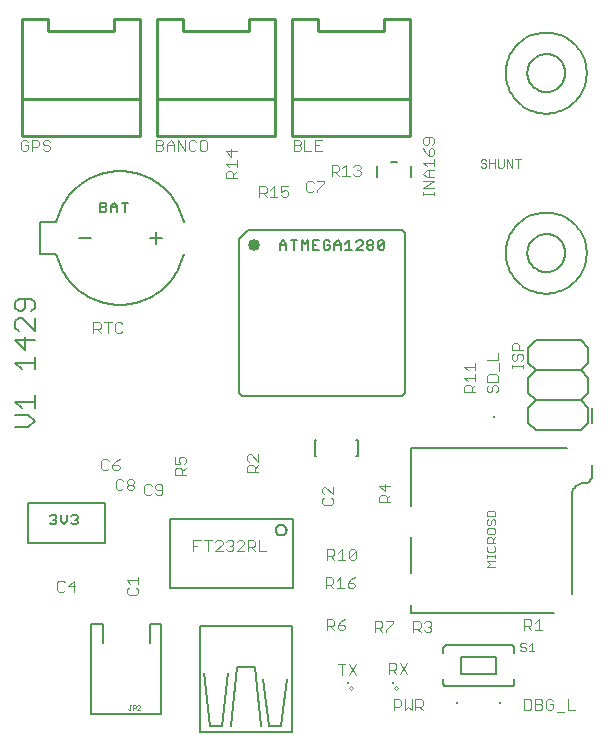
<source format=gto>
G75*
%MOIN*%
%OFA0B0*%
%FSLAX24Y24*%
%IPPOS*%
%LPD*%
%AMOC8*
5,1,8,0,0,1.08239X$1,22.5*
%
%ADD10C,0.0060*%
%ADD11C,0.0030*%
%ADD12C,0.0080*%
%ADD13C,0.0401*%
%ADD14C,0.0070*%
%ADD15R,0.0079X0.0079*%
%ADD16C,0.0040*%
%ADD17C,0.0025*%
%ADD18C,0.0098*%
%ADD19C,0.0050*%
%ADD20C,0.0100*%
%ADD21C,0.0010*%
%ADD22C,0.0020*%
D10*
X010786Y009848D02*
X010786Y012152D01*
X014881Y012152D01*
X014881Y009848D01*
X010786Y009848D01*
X014316Y011768D02*
X014318Y011794D01*
X014324Y011820D01*
X014333Y011845D01*
X014346Y011868D01*
X014362Y011889D01*
X014381Y011907D01*
X014403Y011923D01*
X014426Y011935D01*
X014451Y011943D01*
X014477Y011948D01*
X014504Y011949D01*
X014530Y011946D01*
X014555Y011939D01*
X014580Y011929D01*
X014602Y011915D01*
X014623Y011898D01*
X014640Y011879D01*
X014655Y011857D01*
X014666Y011833D01*
X014674Y011807D01*
X014678Y011781D01*
X014678Y011755D01*
X014674Y011729D01*
X014666Y011703D01*
X014655Y011679D01*
X014640Y011657D01*
X014623Y011638D01*
X014602Y011621D01*
X014580Y011607D01*
X014555Y011597D01*
X014530Y011590D01*
X014504Y011587D01*
X014477Y011588D01*
X014451Y011593D01*
X014426Y011601D01*
X014403Y011613D01*
X014381Y011629D01*
X014362Y011647D01*
X014346Y011668D01*
X014333Y011691D01*
X014324Y011716D01*
X014318Y011742D01*
X014316Y011768D01*
X006278Y015402D02*
X006065Y015615D01*
X005638Y015615D01*
X005851Y015833D02*
X005638Y016046D01*
X006278Y016046D01*
X006278Y015833D02*
X006278Y016260D01*
X006278Y015402D02*
X006065Y015188D01*
X005638Y015188D01*
X005851Y017122D02*
X005638Y017335D01*
X006278Y017335D01*
X006278Y017122D02*
X006278Y017549D01*
X005958Y017766D02*
X005958Y018193D01*
X005744Y018411D02*
X005638Y018518D01*
X005638Y018731D01*
X005744Y018838D01*
X005851Y018838D01*
X006278Y018411D01*
X006278Y018838D01*
X006171Y019056D02*
X006278Y019162D01*
X006278Y019376D01*
X006171Y019483D01*
X005744Y019483D01*
X005638Y019376D01*
X005638Y019162D01*
X005744Y019056D01*
X005851Y019056D01*
X005958Y019162D01*
X005958Y019483D01*
X006278Y018087D02*
X005638Y018087D01*
X005958Y017766D01*
X021983Y021000D02*
X021985Y021073D01*
X021991Y021146D01*
X022001Y021218D01*
X022015Y021290D01*
X022032Y021361D01*
X022054Y021431D01*
X022079Y021500D01*
X022108Y021567D01*
X022140Y021632D01*
X022176Y021696D01*
X022216Y021758D01*
X022258Y021817D01*
X022304Y021874D01*
X022353Y021928D01*
X022405Y021980D01*
X022459Y022029D01*
X022516Y022075D01*
X022575Y022117D01*
X022637Y022157D01*
X022701Y022193D01*
X022766Y022225D01*
X022833Y022254D01*
X022902Y022279D01*
X022972Y022301D01*
X023043Y022318D01*
X023115Y022332D01*
X023187Y022342D01*
X023260Y022348D01*
X023333Y022350D01*
X023406Y022348D01*
X023479Y022342D01*
X023551Y022332D01*
X023623Y022318D01*
X023694Y022301D01*
X023764Y022279D01*
X023833Y022254D01*
X023900Y022225D01*
X023965Y022193D01*
X024029Y022157D01*
X024091Y022117D01*
X024150Y022075D01*
X024207Y022029D01*
X024261Y021980D01*
X024313Y021928D01*
X024362Y021874D01*
X024408Y021817D01*
X024450Y021758D01*
X024490Y021696D01*
X024526Y021632D01*
X024558Y021567D01*
X024587Y021500D01*
X024612Y021431D01*
X024634Y021361D01*
X024651Y021290D01*
X024665Y021218D01*
X024675Y021146D01*
X024681Y021073D01*
X024683Y021000D01*
X024681Y020927D01*
X024675Y020854D01*
X024665Y020782D01*
X024651Y020710D01*
X024634Y020639D01*
X024612Y020569D01*
X024587Y020500D01*
X024558Y020433D01*
X024526Y020368D01*
X024490Y020304D01*
X024450Y020242D01*
X024408Y020183D01*
X024362Y020126D01*
X024313Y020072D01*
X024261Y020020D01*
X024207Y019971D01*
X024150Y019925D01*
X024091Y019883D01*
X024029Y019843D01*
X023965Y019807D01*
X023900Y019775D01*
X023833Y019746D01*
X023764Y019721D01*
X023694Y019699D01*
X023623Y019682D01*
X023551Y019668D01*
X023479Y019658D01*
X023406Y019652D01*
X023333Y019650D01*
X023260Y019652D01*
X023187Y019658D01*
X023115Y019668D01*
X023043Y019682D01*
X022972Y019699D01*
X022902Y019721D01*
X022833Y019746D01*
X022766Y019775D01*
X022701Y019807D01*
X022637Y019843D01*
X022575Y019883D01*
X022516Y019925D01*
X022459Y019971D01*
X022405Y020020D01*
X022353Y020072D01*
X022304Y020126D01*
X022258Y020183D01*
X022216Y020242D01*
X022176Y020304D01*
X022140Y020368D01*
X022108Y020433D01*
X022079Y020500D01*
X022054Y020569D01*
X022032Y020639D01*
X022015Y020710D01*
X022001Y020782D01*
X021991Y020854D01*
X021985Y020927D01*
X021983Y021000D01*
X021983Y027000D02*
X021985Y027073D01*
X021991Y027146D01*
X022001Y027218D01*
X022015Y027290D01*
X022032Y027361D01*
X022054Y027431D01*
X022079Y027500D01*
X022108Y027567D01*
X022140Y027632D01*
X022176Y027696D01*
X022216Y027758D01*
X022258Y027817D01*
X022304Y027874D01*
X022353Y027928D01*
X022405Y027980D01*
X022459Y028029D01*
X022516Y028075D01*
X022575Y028117D01*
X022637Y028157D01*
X022701Y028193D01*
X022766Y028225D01*
X022833Y028254D01*
X022902Y028279D01*
X022972Y028301D01*
X023043Y028318D01*
X023115Y028332D01*
X023187Y028342D01*
X023260Y028348D01*
X023333Y028350D01*
X023406Y028348D01*
X023479Y028342D01*
X023551Y028332D01*
X023623Y028318D01*
X023694Y028301D01*
X023764Y028279D01*
X023833Y028254D01*
X023900Y028225D01*
X023965Y028193D01*
X024029Y028157D01*
X024091Y028117D01*
X024150Y028075D01*
X024207Y028029D01*
X024261Y027980D01*
X024313Y027928D01*
X024362Y027874D01*
X024408Y027817D01*
X024450Y027758D01*
X024490Y027696D01*
X024526Y027632D01*
X024558Y027567D01*
X024587Y027500D01*
X024612Y027431D01*
X024634Y027361D01*
X024651Y027290D01*
X024665Y027218D01*
X024675Y027146D01*
X024681Y027073D01*
X024683Y027000D01*
X024681Y026927D01*
X024675Y026854D01*
X024665Y026782D01*
X024651Y026710D01*
X024634Y026639D01*
X024612Y026569D01*
X024587Y026500D01*
X024558Y026433D01*
X024526Y026368D01*
X024490Y026304D01*
X024450Y026242D01*
X024408Y026183D01*
X024362Y026126D01*
X024313Y026072D01*
X024261Y026020D01*
X024207Y025971D01*
X024150Y025925D01*
X024091Y025883D01*
X024029Y025843D01*
X023965Y025807D01*
X023900Y025775D01*
X023833Y025746D01*
X023764Y025721D01*
X023694Y025699D01*
X023623Y025682D01*
X023551Y025668D01*
X023479Y025658D01*
X023406Y025652D01*
X023333Y025650D01*
X023260Y025652D01*
X023187Y025658D01*
X023115Y025668D01*
X023043Y025682D01*
X022972Y025699D01*
X022902Y025721D01*
X022833Y025746D01*
X022766Y025775D01*
X022701Y025807D01*
X022637Y025843D01*
X022575Y025883D01*
X022516Y025925D01*
X022459Y025971D01*
X022405Y026020D01*
X022353Y026072D01*
X022304Y026126D01*
X022258Y026183D01*
X022216Y026242D01*
X022176Y026304D01*
X022140Y026368D01*
X022108Y026433D01*
X022079Y026500D01*
X022054Y026569D01*
X022032Y026639D01*
X022015Y026710D01*
X022001Y026782D01*
X021991Y026854D01*
X021985Y026927D01*
X021983Y027000D01*
D11*
X019597Y024796D02*
X019537Y024856D01*
X019294Y024856D01*
X019233Y024796D01*
X019233Y024674D01*
X019294Y024614D01*
X019355Y024614D01*
X019415Y024674D01*
X019415Y024856D01*
X019597Y024796D02*
X019597Y024674D01*
X019537Y024614D01*
X019537Y024494D02*
X019476Y024494D01*
X019415Y024433D01*
X019415Y024251D01*
X019537Y024251D01*
X019597Y024312D01*
X019597Y024433D01*
X019537Y024494D01*
X019294Y024373D02*
X019415Y024251D01*
X019294Y024373D02*
X019233Y024494D01*
X019233Y024010D02*
X019597Y024010D01*
X019597Y023889D02*
X019597Y024131D01*
X019355Y023889D02*
X019233Y024010D01*
X019355Y023769D02*
X019597Y023769D01*
X019415Y023769D02*
X019415Y023526D01*
X019355Y023526D02*
X019233Y023648D01*
X019355Y023769D01*
X019355Y023526D02*
X019597Y023526D01*
X019597Y023406D02*
X019233Y023406D01*
X019233Y023164D02*
X019597Y023406D01*
X019597Y023164D02*
X019233Y023164D01*
X019233Y023043D02*
X019233Y022922D01*
X019233Y022983D02*
X019597Y022983D01*
X019597Y023043D02*
X019597Y022922D01*
X021148Y023894D02*
X021195Y023847D01*
X021290Y023847D01*
X021338Y023894D01*
X021338Y023942D01*
X021290Y023989D01*
X021195Y023989D01*
X021148Y024037D01*
X021148Y024085D01*
X021195Y024132D01*
X021290Y024132D01*
X021338Y024085D01*
X021438Y024132D02*
X021438Y023847D01*
X021438Y023989D02*
X021628Y023989D01*
X021728Y023894D02*
X021775Y023847D01*
X021870Y023847D01*
X021918Y023894D01*
X021918Y024132D01*
X022018Y024132D02*
X022208Y023847D01*
X022208Y024132D01*
X022308Y024132D02*
X022498Y024132D01*
X022403Y024132D02*
X022403Y023847D01*
X022018Y023847D02*
X022018Y024132D01*
X021728Y024132D02*
X021728Y023894D01*
X021628Y023847D02*
X021628Y024132D01*
X017144Y023881D02*
X017144Y023820D01*
X017083Y023760D01*
X017144Y023699D01*
X017144Y023638D01*
X017083Y023578D01*
X016962Y023578D01*
X016901Y023638D01*
X016781Y023578D02*
X016539Y023578D01*
X016419Y023578D02*
X016297Y023699D01*
X016358Y023699D02*
X016176Y023699D01*
X016176Y023578D02*
X016176Y023942D01*
X016358Y023942D01*
X016419Y023881D01*
X016419Y023760D01*
X016358Y023699D01*
X016539Y023820D02*
X016660Y023942D01*
X016660Y023578D01*
X016901Y023881D02*
X016962Y023942D01*
X017083Y023942D01*
X017144Y023881D01*
X017083Y023760D02*
X017023Y023760D01*
X015938Y023401D02*
X015938Y023340D01*
X015695Y023098D01*
X015695Y023037D01*
X015576Y023098D02*
X015515Y023037D01*
X015394Y023037D01*
X015333Y023098D01*
X015333Y023340D01*
X015394Y023401D01*
X015515Y023401D01*
X015576Y023340D01*
X015695Y023401D02*
X015938Y023401D01*
X014734Y023229D02*
X014492Y023229D01*
X014492Y023047D01*
X014613Y023107D01*
X014674Y023107D01*
X014734Y023047D01*
X014734Y022925D01*
X014674Y022865D01*
X014552Y022865D01*
X014492Y022925D01*
X014372Y022865D02*
X014129Y022865D01*
X014009Y022865D02*
X013888Y022986D01*
X013949Y022986D02*
X013767Y022986D01*
X013767Y022865D02*
X013767Y023229D01*
X013949Y023229D01*
X014009Y023168D01*
X014009Y023047D01*
X013949Y022986D01*
X014129Y023107D02*
X014251Y023229D01*
X014251Y022865D01*
X013014Y023492D02*
X012650Y023492D01*
X012650Y023674D01*
X012710Y023735D01*
X012832Y023735D01*
X012892Y023674D01*
X012892Y023492D01*
X012892Y023614D02*
X013014Y023735D01*
X013014Y023855D02*
X013014Y024098D01*
X013014Y023976D02*
X012650Y023976D01*
X012771Y023855D01*
X012832Y024217D02*
X012832Y024460D01*
X013014Y024399D02*
X012650Y024399D01*
X012832Y024217D01*
X009147Y018698D02*
X009026Y018698D01*
X008965Y018637D01*
X008965Y018395D01*
X009026Y018334D01*
X009147Y018334D01*
X009208Y018395D01*
X009208Y018637D02*
X009147Y018698D01*
X008845Y018698D02*
X008603Y018698D01*
X008724Y018698D02*
X008724Y018334D01*
X008483Y018334D02*
X008361Y018455D01*
X008422Y018455D02*
X008240Y018455D01*
X008240Y018334D02*
X008240Y018698D01*
X008422Y018698D01*
X008483Y018637D01*
X008483Y018516D01*
X008422Y018455D01*
X010954Y014213D02*
X010954Y013970D01*
X011136Y013970D01*
X011076Y014091D01*
X011076Y014152D01*
X011136Y014213D01*
X011258Y014213D01*
X011318Y014152D01*
X011318Y014031D01*
X011258Y013970D01*
X011318Y013850D02*
X011197Y013729D01*
X011197Y013790D02*
X011197Y013608D01*
X011318Y013608D02*
X010954Y013608D01*
X010954Y013790D01*
X011015Y013850D01*
X011136Y013850D01*
X011197Y013790D01*
X010540Y013230D02*
X010479Y013290D01*
X010358Y013290D01*
X010297Y013230D01*
X010297Y013169D01*
X010358Y013108D01*
X010540Y013108D01*
X010540Y012987D02*
X010540Y013230D01*
X010540Y012987D02*
X010479Y012926D01*
X010358Y012926D01*
X010297Y012987D01*
X010177Y012987D02*
X010116Y012926D01*
X009995Y012926D01*
X009934Y012987D01*
X009934Y013230D01*
X009995Y013290D01*
X010116Y013290D01*
X010177Y013230D01*
X009595Y013219D02*
X009595Y013158D01*
X009534Y013098D01*
X009413Y013098D01*
X009352Y013158D01*
X009352Y013219D01*
X009413Y013280D01*
X009534Y013280D01*
X009595Y013219D01*
X009534Y013280D02*
X009595Y013340D01*
X009595Y013401D01*
X009534Y013462D01*
X009413Y013462D01*
X009352Y013401D01*
X009352Y013340D01*
X009413Y013280D01*
X009232Y013401D02*
X009171Y013462D01*
X009050Y013462D01*
X008989Y013401D01*
X008989Y013158D01*
X009050Y013098D01*
X009171Y013098D01*
X009232Y013158D01*
X009049Y013759D02*
X008928Y013759D01*
X008867Y013820D01*
X008867Y013941D01*
X009049Y013941D01*
X009110Y013881D01*
X009110Y013820D01*
X009049Y013759D01*
X008867Y013941D02*
X008988Y014063D01*
X009110Y014123D01*
X008747Y014063D02*
X008687Y014123D01*
X008565Y014123D01*
X008505Y014063D01*
X008505Y013820D01*
X008565Y013759D01*
X008687Y013759D01*
X008747Y013820D01*
X011575Y011430D02*
X011575Y011066D01*
X011575Y011248D02*
X011696Y011248D01*
X011575Y011430D02*
X011817Y011430D01*
X011937Y011430D02*
X012180Y011430D01*
X012058Y011430D02*
X012058Y011066D01*
X012300Y011066D02*
X012542Y011309D01*
X012542Y011370D01*
X012482Y011430D01*
X012360Y011430D01*
X012300Y011370D01*
X012300Y011066D02*
X012542Y011066D01*
X012662Y011127D02*
X012723Y011066D01*
X012844Y011066D01*
X012905Y011127D01*
X012905Y011188D01*
X012844Y011248D01*
X012783Y011248D01*
X012844Y011248D02*
X012905Y011309D01*
X012905Y011370D01*
X012844Y011430D01*
X012723Y011430D01*
X012662Y011370D01*
X013025Y011370D02*
X013085Y011430D01*
X013207Y011430D01*
X013267Y011370D01*
X013267Y011309D01*
X013025Y011066D01*
X013267Y011066D01*
X013387Y011066D02*
X013387Y011430D01*
X013569Y011430D01*
X013630Y011370D01*
X013630Y011248D01*
X013569Y011188D01*
X013387Y011188D01*
X013508Y011188D02*
X013630Y011066D01*
X013750Y011066D02*
X013992Y011066D01*
X013750Y011066D02*
X013750Y011430D01*
X015850Y012666D02*
X015911Y012605D01*
X016153Y012605D01*
X016214Y012666D01*
X016214Y012787D01*
X016153Y012848D01*
X016214Y012967D02*
X015971Y013210D01*
X015911Y013210D01*
X015850Y013149D01*
X015850Y013028D01*
X015911Y012967D01*
X015911Y012848D02*
X015850Y012787D01*
X015850Y012666D01*
X016214Y012967D02*
X016214Y013210D01*
X017769Y013242D02*
X017951Y013060D01*
X017951Y013303D01*
X018133Y013242D02*
X017769Y013242D01*
X017830Y012940D02*
X017951Y012940D01*
X018012Y012879D01*
X018012Y012697D01*
X018133Y012697D02*
X017769Y012697D01*
X017769Y012879D01*
X017830Y012940D01*
X018012Y012819D02*
X018133Y012940D01*
X016934Y011139D02*
X016994Y011078D01*
X016752Y010836D01*
X016812Y010775D01*
X016934Y010775D01*
X016994Y010836D01*
X016994Y011078D01*
X016934Y011139D02*
X016812Y011139D01*
X016752Y011078D01*
X016752Y010836D01*
X016632Y010775D02*
X016389Y010775D01*
X016269Y010775D02*
X016148Y010896D01*
X016209Y010896D02*
X016027Y010896D01*
X016027Y010775D02*
X016027Y011139D01*
X016209Y011139D01*
X016269Y011078D01*
X016269Y010957D01*
X016209Y010896D01*
X016389Y011018D02*
X016510Y011139D01*
X016510Y010775D01*
X016471Y010194D02*
X016471Y009830D01*
X016350Y009830D02*
X016592Y009830D01*
X016712Y009891D02*
X016712Y010012D01*
X016894Y010012D01*
X016955Y009951D01*
X016955Y009891D01*
X016894Y009830D01*
X016773Y009830D01*
X016712Y009891D01*
X016712Y010012D02*
X016834Y010133D01*
X016955Y010194D01*
X016471Y010194D02*
X016350Y010073D01*
X016230Y010133D02*
X016230Y010012D01*
X016169Y009951D01*
X015987Y009951D01*
X015987Y009830D02*
X015987Y010194D01*
X016169Y010194D01*
X016230Y010133D01*
X016109Y009951D02*
X016230Y009830D01*
X016202Y008800D02*
X016262Y008740D01*
X016262Y008618D01*
X016202Y008558D01*
X016020Y008558D01*
X016141Y008558D02*
X016262Y008436D01*
X016382Y008497D02*
X016443Y008436D01*
X016564Y008436D01*
X016625Y008497D01*
X016625Y008558D01*
X016564Y008618D01*
X016382Y008618D01*
X016382Y008497D01*
X016382Y008618D02*
X016503Y008740D01*
X016625Y008800D01*
X016202Y008800D02*
X016020Y008800D01*
X016020Y008436D01*
X016394Y007292D02*
X016637Y007292D01*
X016757Y007292D02*
X016999Y006928D01*
X016757Y006928D02*
X016999Y007292D01*
X016515Y007292D02*
X016515Y006928D01*
X017631Y008381D02*
X017631Y008745D01*
X017813Y008745D01*
X017873Y008684D01*
X017873Y008563D01*
X017813Y008502D01*
X017631Y008502D01*
X017752Y008502D02*
X017873Y008381D01*
X017993Y008381D02*
X017993Y008442D01*
X018236Y008684D01*
X018236Y008745D01*
X017993Y008745D01*
X018902Y008724D02*
X018902Y008360D01*
X018902Y008481D02*
X019084Y008481D01*
X019145Y008542D01*
X019145Y008663D01*
X019084Y008724D01*
X018902Y008724D01*
X019023Y008481D02*
X019145Y008360D01*
X019265Y008421D02*
X019325Y008360D01*
X019447Y008360D01*
X019507Y008421D01*
X019507Y008481D01*
X019447Y008542D01*
X019386Y008542D01*
X019447Y008542D02*
X019507Y008603D01*
X019507Y008663D01*
X019447Y008724D01*
X019325Y008724D01*
X019265Y008663D01*
X018699Y007342D02*
X018457Y006978D01*
X018337Y006978D02*
X018215Y007099D01*
X018276Y007099D02*
X018094Y007099D01*
X018094Y006978D02*
X018094Y007342D01*
X018276Y007342D01*
X018337Y007281D01*
X018337Y007160D01*
X018276Y007099D01*
X018457Y007342D02*
X018699Y006978D01*
X018611Y006119D02*
X018611Y005755D01*
X018732Y005876D01*
X018854Y005755D01*
X018854Y006119D01*
X018973Y006119D02*
X019155Y006119D01*
X019216Y006059D01*
X019216Y005937D01*
X019155Y005876D01*
X018973Y005876D01*
X018973Y005755D02*
X018973Y006119D01*
X019095Y005876D02*
X019216Y005755D01*
X018491Y005937D02*
X018430Y005876D01*
X018248Y005876D01*
X018248Y005755D02*
X018248Y006119D01*
X018430Y006119D01*
X018491Y006059D01*
X018491Y005937D01*
X022598Y005774D02*
X022780Y005774D01*
X022841Y005834D01*
X022841Y006077D01*
X022780Y006138D01*
X022598Y006138D01*
X022598Y005774D01*
X022960Y005774D02*
X023142Y005774D01*
X023203Y005834D01*
X023203Y005895D01*
X023142Y005956D01*
X022960Y005956D01*
X022960Y005774D02*
X022960Y006138D01*
X023142Y006138D01*
X023203Y006077D01*
X023203Y006016D01*
X023142Y005956D01*
X023323Y006077D02*
X023384Y006138D01*
X023505Y006138D01*
X023566Y006077D01*
X023566Y005956D02*
X023444Y005956D01*
X023566Y005956D02*
X023566Y005834D01*
X023505Y005774D01*
X023384Y005774D01*
X023323Y005834D01*
X023323Y006077D01*
X023685Y005713D02*
X023928Y005713D01*
X024048Y005774D02*
X024291Y005774D01*
X024048Y005774D02*
X024048Y006138D01*
X023204Y008436D02*
X022961Y008436D01*
X022841Y008436D02*
X022720Y008558D01*
X022780Y008558D02*
X022598Y008558D01*
X022598Y008436D02*
X022598Y008800D01*
X022780Y008800D01*
X022841Y008740D01*
X022841Y008618D01*
X022780Y008558D01*
X022961Y008679D02*
X023082Y008800D01*
X023082Y008436D01*
X021638Y010551D02*
X021348Y010551D01*
X021445Y010647D01*
X021348Y010744D01*
X021638Y010744D01*
X021638Y010845D02*
X021638Y010942D01*
X021638Y010894D02*
X021348Y010894D01*
X021348Y010942D02*
X021348Y010845D01*
X021396Y011042D02*
X021590Y011042D01*
X021638Y011090D01*
X021638Y011187D01*
X021590Y011235D01*
X021638Y011336D02*
X021348Y011336D01*
X021348Y011482D01*
X021396Y011530D01*
X021493Y011530D01*
X021542Y011482D01*
X021542Y011336D01*
X021542Y011433D02*
X021638Y011530D01*
X021590Y011631D02*
X021396Y011631D01*
X021348Y011679D01*
X021348Y011776D01*
X021396Y011825D01*
X021590Y011825D01*
X021638Y011776D01*
X021638Y011679D01*
X021590Y011631D01*
X021590Y011926D02*
X021638Y011974D01*
X021638Y012071D01*
X021590Y012119D01*
X021542Y012119D01*
X021493Y012071D01*
X021493Y011974D01*
X021445Y011926D01*
X021396Y011926D01*
X021348Y011974D01*
X021348Y012071D01*
X021396Y012119D01*
X021348Y012220D02*
X021348Y012365D01*
X021396Y012414D01*
X021590Y012414D01*
X021638Y012365D01*
X021638Y012220D01*
X021348Y012220D01*
X021396Y011235D02*
X021348Y011187D01*
X021348Y011090D01*
X021396Y011042D01*
X021409Y016354D02*
X021469Y016354D01*
X021530Y016414D01*
X021530Y016536D01*
X021591Y016596D01*
X021651Y016596D01*
X021712Y016536D01*
X021712Y016414D01*
X021651Y016354D01*
X021409Y016354D02*
X021348Y016414D01*
X021348Y016536D01*
X021409Y016596D01*
X021348Y016716D02*
X021348Y016898D01*
X021409Y016959D01*
X021651Y016959D01*
X021712Y016898D01*
X021712Y016716D01*
X021348Y016716D01*
X020972Y016730D02*
X020972Y016973D01*
X020972Y017092D02*
X020972Y017335D01*
X020972Y017214D02*
X020608Y017214D01*
X020729Y017092D01*
X020608Y016851D02*
X020972Y016851D01*
X020972Y016610D02*
X020851Y016489D01*
X020851Y016549D02*
X020851Y016367D01*
X020972Y016367D02*
X020608Y016367D01*
X020608Y016549D01*
X020669Y016610D01*
X020790Y016610D01*
X020851Y016549D01*
X020729Y016730D02*
X020608Y016851D01*
X021348Y017441D02*
X021712Y017441D01*
X021712Y017684D01*
X021773Y017321D02*
X021773Y017079D01*
X013736Y014291D02*
X013736Y014049D01*
X013493Y014291D01*
X013432Y014291D01*
X013372Y014231D01*
X013372Y014109D01*
X013432Y014049D01*
X013432Y013929D02*
X013554Y013929D01*
X013614Y013868D01*
X013614Y013686D01*
X013614Y013808D02*
X013736Y013929D01*
X013736Y013686D02*
X013372Y013686D01*
X013372Y013868D01*
X013432Y013929D01*
X009714Y010210D02*
X009714Y009967D01*
X009714Y010089D02*
X009350Y010089D01*
X009471Y009967D01*
X009411Y009848D02*
X009350Y009787D01*
X009350Y009666D01*
X009411Y009605D01*
X009653Y009605D01*
X009714Y009666D01*
X009714Y009787D01*
X009653Y009848D01*
X007639Y009899D02*
X007396Y009899D01*
X007578Y010081D01*
X007578Y009717D01*
X007276Y009778D02*
X007215Y009717D01*
X007094Y009717D01*
X007033Y009778D01*
X007033Y010020D01*
X007094Y010081D01*
X007215Y010081D01*
X007276Y010020D01*
D12*
X008172Y008630D02*
X008172Y005638D01*
X010495Y005638D01*
X010495Y008630D01*
X010121Y008630D01*
X010121Y008000D01*
X008546Y008000D02*
X008546Y008630D01*
X008172Y008630D01*
X008623Y011339D02*
X006043Y011339D01*
X006043Y012661D01*
X008623Y012661D01*
X008623Y011339D01*
X013203Y016244D02*
X013105Y016343D01*
X013105Y021461D01*
X013400Y021756D01*
X018518Y021756D01*
X018617Y021657D01*
X018617Y016343D01*
X018518Y016244D01*
X013203Y016244D01*
X015625Y014756D02*
X015625Y014244D01*
X015664Y014244D01*
X015664Y014756D02*
X015625Y014756D01*
X017003Y014756D02*
X017062Y014756D01*
X017062Y014244D01*
X017003Y014244D01*
X018833Y014512D02*
X018833Y012583D01*
X018833Y011520D02*
X018833Y010339D01*
X018833Y009276D02*
X018833Y009000D01*
X023597Y009000D01*
X024188Y009630D02*
X024188Y012937D01*
X024187Y012937D02*
X024190Y012975D01*
X024196Y013013D01*
X024206Y013050D01*
X024220Y013086D01*
X024236Y013121D01*
X024256Y013153D01*
X024279Y013184D01*
X024305Y013213D01*
X024334Y013239D01*
X024365Y013262D01*
X024397Y013282D01*
X024432Y013298D01*
X024468Y013312D01*
X024505Y013322D01*
X024543Y013328D01*
X024581Y013331D01*
X024613Y013330D01*
X024644Y013334D01*
X024675Y013341D01*
X024705Y013352D01*
X024733Y013366D01*
X024759Y013384D01*
X024783Y013405D01*
X024804Y013429D01*
X024822Y013455D01*
X024836Y013483D01*
X024847Y013513D01*
X024854Y013544D01*
X024858Y013575D01*
X024857Y013607D01*
X024857Y013606D02*
X024857Y013921D01*
X024030Y014512D02*
X018833Y014512D01*
X022733Y015350D02*
X022733Y015850D01*
X022983Y016100D01*
X024483Y016100D01*
X024733Y016350D01*
X024733Y016850D01*
X024483Y017100D01*
X022983Y017100D01*
X022733Y017350D01*
X022733Y017850D01*
X022983Y018100D01*
X024483Y018100D01*
X024733Y017850D01*
X024733Y017350D01*
X024483Y017100D01*
X024483Y016100D02*
X024733Y015850D01*
X024733Y015350D01*
X024483Y015100D01*
X022983Y015100D01*
X022733Y015350D01*
X022983Y016100D02*
X022733Y016350D01*
X022733Y016850D01*
X022983Y017100D01*
X024865Y015850D02*
X024865Y015350D01*
X022703Y021000D02*
X022705Y021050D01*
X022711Y021100D01*
X022721Y021149D01*
X022735Y021197D01*
X022752Y021244D01*
X022773Y021289D01*
X022798Y021333D01*
X022826Y021374D01*
X022858Y021413D01*
X022892Y021450D01*
X022929Y021484D01*
X022969Y021514D01*
X023011Y021541D01*
X023055Y021565D01*
X023101Y021586D01*
X023148Y021602D01*
X023196Y021615D01*
X023246Y021624D01*
X023295Y021629D01*
X023346Y021630D01*
X023396Y021627D01*
X023445Y021620D01*
X023494Y021609D01*
X023542Y021594D01*
X023588Y021576D01*
X023633Y021554D01*
X023676Y021528D01*
X023717Y021499D01*
X023756Y021467D01*
X023792Y021432D01*
X023824Y021394D01*
X023854Y021354D01*
X023881Y021311D01*
X023904Y021267D01*
X023923Y021221D01*
X023939Y021173D01*
X023951Y021124D01*
X023959Y021075D01*
X023963Y021025D01*
X023963Y020975D01*
X023959Y020925D01*
X023951Y020876D01*
X023939Y020827D01*
X023923Y020779D01*
X023904Y020733D01*
X023881Y020689D01*
X023854Y020646D01*
X023824Y020606D01*
X023792Y020568D01*
X023756Y020533D01*
X023717Y020501D01*
X023676Y020472D01*
X023633Y020446D01*
X023588Y020424D01*
X023542Y020406D01*
X023494Y020391D01*
X023445Y020380D01*
X023396Y020373D01*
X023346Y020370D01*
X023295Y020371D01*
X023246Y020376D01*
X023196Y020385D01*
X023148Y020398D01*
X023101Y020414D01*
X023055Y020435D01*
X023011Y020459D01*
X022969Y020486D01*
X022929Y020516D01*
X022892Y020550D01*
X022858Y020587D01*
X022826Y020626D01*
X022798Y020667D01*
X022773Y020711D01*
X022752Y020756D01*
X022735Y020803D01*
X022721Y020851D01*
X022711Y020900D01*
X022705Y020950D01*
X022703Y021000D01*
X018819Y023551D02*
X018819Y023890D01*
X018364Y024040D02*
X018153Y024040D01*
X017699Y023890D02*
X017699Y023551D01*
X022703Y027000D02*
X022705Y027050D01*
X022711Y027100D01*
X022721Y027149D01*
X022735Y027197D01*
X022752Y027244D01*
X022773Y027289D01*
X022798Y027333D01*
X022826Y027374D01*
X022858Y027413D01*
X022892Y027450D01*
X022929Y027484D01*
X022969Y027514D01*
X023011Y027541D01*
X023055Y027565D01*
X023101Y027586D01*
X023148Y027602D01*
X023196Y027615D01*
X023246Y027624D01*
X023295Y027629D01*
X023346Y027630D01*
X023396Y027627D01*
X023445Y027620D01*
X023494Y027609D01*
X023542Y027594D01*
X023588Y027576D01*
X023633Y027554D01*
X023676Y027528D01*
X023717Y027499D01*
X023756Y027467D01*
X023792Y027432D01*
X023824Y027394D01*
X023854Y027354D01*
X023881Y027311D01*
X023904Y027267D01*
X023923Y027221D01*
X023939Y027173D01*
X023951Y027124D01*
X023959Y027075D01*
X023963Y027025D01*
X023963Y026975D01*
X023959Y026925D01*
X023951Y026876D01*
X023939Y026827D01*
X023923Y026779D01*
X023904Y026733D01*
X023881Y026689D01*
X023854Y026646D01*
X023824Y026606D01*
X023792Y026568D01*
X023756Y026533D01*
X023717Y026501D01*
X023676Y026472D01*
X023633Y026446D01*
X023588Y026424D01*
X023542Y026406D01*
X023494Y026391D01*
X023445Y026380D01*
X023396Y026373D01*
X023346Y026370D01*
X023295Y026371D01*
X023246Y026376D01*
X023196Y026385D01*
X023148Y026398D01*
X023101Y026414D01*
X023055Y026435D01*
X023011Y026459D01*
X022969Y026486D01*
X022929Y026516D01*
X022892Y026550D01*
X022858Y026587D01*
X022826Y026626D01*
X022798Y026667D01*
X022773Y026711D01*
X022752Y026756D01*
X022735Y026803D01*
X022721Y026851D01*
X022711Y026900D01*
X022705Y026950D01*
X022703Y027000D01*
X010522Y021500D02*
X010122Y021500D01*
X010322Y021700D02*
X010322Y021300D01*
X011251Y020968D02*
X011229Y020879D01*
X011203Y020791D01*
X011173Y020704D01*
X011140Y020619D01*
X011103Y020535D01*
X011063Y020452D01*
X011019Y020372D01*
X010972Y020293D01*
X010921Y020216D01*
X010868Y020142D01*
X010811Y020070D01*
X010751Y020000D01*
X010689Y019933D01*
X010624Y019868D01*
X010556Y019807D01*
X010485Y019748D01*
X010412Y019692D01*
X010337Y019640D01*
X010260Y019590D01*
X010180Y019544D01*
X010099Y019502D01*
X010016Y019462D01*
X009931Y019427D01*
X009845Y019394D01*
X009758Y019366D01*
X009670Y019341D01*
X009581Y019320D01*
X009490Y019303D01*
X009400Y019289D01*
X009308Y019280D01*
X009217Y019274D01*
X009125Y019272D01*
X009033Y019274D01*
X008942Y019280D01*
X008850Y019289D01*
X008760Y019303D01*
X008669Y019320D01*
X008580Y019341D01*
X008492Y019366D01*
X008405Y019394D01*
X008319Y019427D01*
X008234Y019462D01*
X008151Y019502D01*
X008070Y019544D01*
X007990Y019590D01*
X007913Y019640D01*
X007838Y019692D01*
X007765Y019748D01*
X007694Y019807D01*
X007626Y019868D01*
X007561Y019933D01*
X007499Y020000D01*
X007439Y020070D01*
X007382Y020142D01*
X007329Y020216D01*
X007278Y020293D01*
X007231Y020372D01*
X007187Y020452D01*
X007147Y020535D01*
X007110Y020619D01*
X007077Y020704D01*
X007047Y020791D01*
X007021Y020879D01*
X006999Y020968D01*
X006999Y020969D02*
X006467Y020969D01*
X006467Y022031D01*
X006999Y022031D01*
X007759Y021500D02*
X008159Y021500D01*
X006999Y022032D02*
X007021Y022121D01*
X007047Y022209D01*
X007077Y022296D01*
X007110Y022381D01*
X007147Y022465D01*
X007187Y022548D01*
X007231Y022628D01*
X007278Y022707D01*
X007329Y022784D01*
X007382Y022858D01*
X007439Y022930D01*
X007499Y023000D01*
X007561Y023067D01*
X007626Y023132D01*
X007694Y023193D01*
X007765Y023252D01*
X007838Y023308D01*
X007913Y023360D01*
X007990Y023410D01*
X008070Y023456D01*
X008151Y023498D01*
X008234Y023538D01*
X008319Y023573D01*
X008405Y023606D01*
X008492Y023634D01*
X008580Y023659D01*
X008669Y023680D01*
X008760Y023697D01*
X008850Y023711D01*
X008942Y023720D01*
X009033Y023726D01*
X009125Y023728D01*
X009217Y023726D01*
X009308Y023720D01*
X009400Y023711D01*
X009490Y023697D01*
X009581Y023680D01*
X009670Y023659D01*
X009758Y023634D01*
X009845Y023606D01*
X009931Y023573D01*
X010016Y023538D01*
X010099Y023498D01*
X010180Y023456D01*
X010260Y023410D01*
X010337Y023360D01*
X010412Y023308D01*
X010485Y023252D01*
X010556Y023193D01*
X010624Y023132D01*
X010689Y023067D01*
X010751Y023000D01*
X010811Y022930D01*
X010868Y022858D01*
X010921Y022784D01*
X010972Y022707D01*
X011019Y022628D01*
X011063Y022548D01*
X011103Y022465D01*
X011140Y022381D01*
X011173Y022296D01*
X011203Y022209D01*
X011229Y022121D01*
X011251Y022032D01*
D13*
X013597Y021264D03*
D14*
X014459Y021264D02*
X014675Y021264D01*
X014675Y021318D02*
X014675Y021102D01*
X014675Y021318D02*
X014567Y021426D01*
X014459Y021318D01*
X014459Y021102D01*
X014929Y021102D02*
X014929Y021426D01*
X014821Y021426D02*
X015037Y021426D01*
X015184Y021426D02*
X015292Y021318D01*
X015400Y021426D01*
X015400Y021102D01*
X015546Y021102D02*
X015762Y021102D01*
X015909Y021156D02*
X015963Y021102D01*
X016071Y021102D01*
X016125Y021156D01*
X016125Y021264D01*
X016017Y021264D01*
X016125Y021372D02*
X016071Y021426D01*
X015963Y021426D01*
X015909Y021372D01*
X015909Y021156D01*
X015654Y021264D02*
X015546Y021264D01*
X015546Y021426D02*
X015546Y021102D01*
X015546Y021426D02*
X015762Y021426D01*
X016271Y021318D02*
X016271Y021102D01*
X016271Y021264D02*
X016487Y021264D01*
X016487Y021318D02*
X016487Y021102D01*
X016634Y021102D02*
X016850Y021102D01*
X016742Y021102D02*
X016742Y021426D01*
X016634Y021318D01*
X016487Y021318D02*
X016379Y021426D01*
X016271Y021318D01*
X016996Y021372D02*
X017050Y021426D01*
X017158Y021426D01*
X017212Y021372D01*
X017212Y021318D01*
X016996Y021102D01*
X017212Y021102D01*
X017359Y021156D02*
X017359Y021210D01*
X017413Y021264D01*
X017521Y021264D01*
X017575Y021210D01*
X017575Y021156D01*
X017521Y021102D01*
X017413Y021102D01*
X017359Y021156D01*
X017413Y021264D02*
X017359Y021318D01*
X017359Y021372D01*
X017413Y021426D01*
X017521Y021426D01*
X017575Y021372D01*
X017575Y021318D01*
X017521Y021264D01*
X017722Y021372D02*
X017776Y021426D01*
X017883Y021426D01*
X017937Y021372D01*
X017722Y021156D01*
X017776Y021102D01*
X017883Y021102D01*
X017937Y021156D01*
X017937Y021372D01*
X017722Y021372D02*
X017722Y021156D01*
X015184Y021102D02*
X015184Y021426D01*
X009394Y022684D02*
X009178Y022684D01*
X009286Y022684D02*
X009286Y022360D01*
X009032Y022360D02*
X009032Y022576D01*
X008924Y022684D01*
X008816Y022576D01*
X008816Y022360D01*
X008669Y022414D02*
X008615Y022360D01*
X008453Y022360D01*
X008453Y022684D01*
X008615Y022684D01*
X008669Y022630D01*
X008669Y022576D01*
X008615Y022522D01*
X008453Y022522D01*
X008615Y022522D02*
X008669Y022468D01*
X008669Y022414D01*
X008816Y022522D02*
X009032Y022522D01*
X007668Y012280D02*
X007560Y012280D01*
X007506Y012226D01*
X007614Y012118D02*
X007668Y012118D01*
X007722Y012064D01*
X007722Y012010D01*
X007668Y011956D01*
X007560Y011956D01*
X007506Y012010D01*
X007359Y012064D02*
X007359Y012280D01*
X007143Y012280D02*
X007143Y012064D01*
X007251Y011956D01*
X007359Y012064D01*
X007668Y012118D02*
X007722Y012172D01*
X007722Y012226D01*
X007668Y012280D01*
X006997Y012226D02*
X006997Y012172D01*
X006943Y012118D01*
X006997Y012064D01*
X006997Y012010D01*
X006943Y011956D01*
X006835Y011956D01*
X006781Y012010D01*
X006889Y012118D02*
X006943Y012118D01*
X006997Y012226D02*
X006943Y012280D01*
X006835Y012280D01*
X006781Y012226D01*
D15*
X020373Y006000D03*
X021794Y006000D03*
X021597Y015539D03*
D16*
X022188Y017167D02*
X022188Y017285D01*
X022188Y017226D02*
X022542Y017226D01*
X022542Y017167D02*
X022542Y017285D01*
X022483Y017409D02*
X022542Y017468D01*
X022542Y017586D01*
X022483Y017645D01*
X022424Y017645D01*
X022365Y017586D01*
X022365Y017468D01*
X022306Y017409D01*
X022247Y017409D01*
X022188Y017468D01*
X022188Y017586D01*
X022247Y017645D01*
X022188Y017771D02*
X022188Y017948D01*
X022247Y018007D01*
X022365Y018007D01*
X022424Y017948D01*
X022424Y017771D01*
X022542Y017771D02*
X022188Y017771D01*
X015871Y024410D02*
X015635Y024410D01*
X015635Y024764D01*
X015871Y024764D01*
X015753Y024587D02*
X015635Y024587D01*
X015508Y024410D02*
X015272Y024410D01*
X015272Y024764D01*
X015146Y024705D02*
X015146Y024646D01*
X015087Y024587D01*
X014910Y024587D01*
X015087Y024587D02*
X015146Y024528D01*
X015146Y024469D01*
X015087Y024410D01*
X014910Y024410D01*
X014910Y024764D01*
X015087Y024764D01*
X015146Y024705D01*
X012017Y024705D02*
X012017Y024469D01*
X011958Y024410D01*
X011840Y024410D01*
X011781Y024469D01*
X011781Y024705D01*
X011840Y024764D01*
X011958Y024764D01*
X012017Y024705D01*
X011654Y024705D02*
X011595Y024764D01*
X011477Y024764D01*
X011418Y024705D01*
X011418Y024469D01*
X011477Y024410D01*
X011595Y024410D01*
X011654Y024469D01*
X011292Y024410D02*
X011292Y024764D01*
X011056Y024764D02*
X011056Y024410D01*
X010929Y024410D02*
X010929Y024646D01*
X010811Y024764D01*
X010693Y024646D01*
X010693Y024410D01*
X010567Y024469D02*
X010508Y024410D01*
X010331Y024410D01*
X010331Y024764D01*
X010508Y024764D01*
X010567Y024705D01*
X010567Y024646D01*
X010508Y024587D01*
X010331Y024587D01*
X010508Y024587D02*
X010567Y024528D01*
X010567Y024469D01*
X010693Y024587D02*
X010929Y024587D01*
X011056Y024764D02*
X011292Y024410D01*
X006792Y024469D02*
X006733Y024410D01*
X006615Y024410D01*
X006556Y024469D01*
X006615Y024587D02*
X006556Y024646D01*
X006556Y024705D01*
X006615Y024764D01*
X006733Y024764D01*
X006792Y024705D01*
X006733Y024587D02*
X006792Y024528D01*
X006792Y024469D01*
X006733Y024587D02*
X006615Y024587D01*
X006429Y024587D02*
X006370Y024528D01*
X006193Y024528D01*
X006193Y024410D02*
X006193Y024764D01*
X006370Y024764D01*
X006429Y024705D01*
X006429Y024587D01*
X006067Y024587D02*
X006067Y024469D01*
X006008Y024410D01*
X005890Y024410D01*
X005831Y024469D01*
X005831Y024705D01*
X005890Y024764D01*
X006008Y024764D01*
X006067Y024705D01*
X006067Y024587D02*
X005949Y024587D01*
D17*
X016833Y006559D02*
X016892Y006500D01*
X016823Y006431D01*
X016764Y006490D01*
X016833Y006559D01*
X018264Y006490D02*
X018323Y006431D01*
X018392Y006500D01*
X018333Y006559D01*
X018264Y006490D01*
D18*
X018225Y006657D03*
X016725Y006657D03*
D19*
X014696Y006795D02*
X014499Y005220D01*
X014105Y005220D01*
X013908Y006795D01*
X013613Y007189D02*
X013022Y007189D01*
X012825Y005220D01*
X012530Y005220D02*
X012727Y006992D01*
X011940Y006992D02*
X012136Y005220D01*
X012530Y005220D01*
X011782Y005024D02*
X011782Y008567D01*
X014853Y008567D01*
X014853Y005024D01*
X011782Y005024D01*
X013810Y005220D02*
X013613Y007189D01*
X019902Y006817D02*
X019902Y006659D01*
X019903Y006659D02*
X019904Y006642D01*
X019909Y006625D01*
X019916Y006610D01*
X019926Y006596D01*
X019938Y006584D01*
X019952Y006574D01*
X019967Y006567D01*
X019984Y006562D01*
X020001Y006561D01*
X022166Y006561D01*
X022183Y006562D01*
X022200Y006567D01*
X022215Y006574D01*
X022229Y006584D01*
X022241Y006596D01*
X022251Y006610D01*
X022258Y006625D01*
X022263Y006642D01*
X022264Y006659D01*
X022264Y006817D01*
X021674Y006955D02*
X021674Y007545D01*
X020493Y007545D01*
X020493Y006955D01*
X021674Y006955D01*
X022264Y007683D02*
X022264Y007841D01*
X022263Y007858D01*
X022258Y007875D01*
X022251Y007890D01*
X022241Y007904D01*
X022229Y007916D01*
X022215Y007926D01*
X022200Y007933D01*
X022183Y007938D01*
X022166Y007939D01*
X020040Y007939D01*
X020019Y007941D01*
X019998Y007939D01*
X019978Y007933D01*
X019959Y007924D01*
X019942Y007912D01*
X019927Y007897D01*
X019916Y007880D01*
X019907Y007861D01*
X019902Y007841D01*
X019902Y007683D01*
X014865Y025106D02*
X014865Y025894D01*
X010365Y025894D02*
X010365Y025106D01*
X005865Y025106D02*
X005865Y025894D01*
D20*
X005865Y026130D02*
X009802Y026130D01*
X009802Y028807D01*
X008936Y028807D01*
X008936Y028413D01*
X006731Y028413D01*
X006731Y028807D01*
X005865Y028807D01*
X005865Y026130D01*
X005865Y024909D01*
X009802Y024909D01*
X009802Y026130D01*
X010365Y026130D02*
X014302Y026130D01*
X014302Y028807D01*
X013436Y028807D01*
X013436Y028413D01*
X011231Y028413D01*
X011231Y028807D01*
X010365Y028807D01*
X010365Y026130D01*
X010365Y024909D01*
X014302Y024909D01*
X014302Y026130D01*
X014865Y026130D02*
X018802Y026130D01*
X018802Y028807D01*
X017936Y028807D01*
X017936Y028413D01*
X015731Y028413D01*
X015731Y028807D01*
X014865Y028807D01*
X014865Y026130D01*
X014865Y024909D01*
X018802Y024909D01*
X018802Y026130D01*
D21*
X009766Y005920D02*
X009716Y005920D01*
X009691Y005895D01*
X009644Y005895D02*
X009644Y005845D01*
X009619Y005820D01*
X009544Y005820D01*
X009544Y005770D02*
X009544Y005920D01*
X009619Y005920D01*
X009644Y005895D01*
X009766Y005920D02*
X009791Y005895D01*
X009791Y005870D01*
X009691Y005770D01*
X009791Y005770D01*
X009471Y005795D02*
X009471Y005920D01*
X009446Y005920D02*
X009496Y005920D01*
X009471Y005795D02*
X009446Y005770D01*
X009421Y005770D01*
X009396Y005795D01*
D22*
X022472Y007769D02*
X022519Y007723D01*
X022612Y007723D01*
X022659Y007769D01*
X022659Y007816D01*
X022612Y007863D01*
X022519Y007863D01*
X022472Y007909D01*
X022472Y007956D01*
X022519Y008003D01*
X022612Y008003D01*
X022659Y007956D01*
X022748Y007909D02*
X022842Y008003D01*
X022842Y007723D01*
X022935Y007723D02*
X022748Y007723D01*
M02*

</source>
